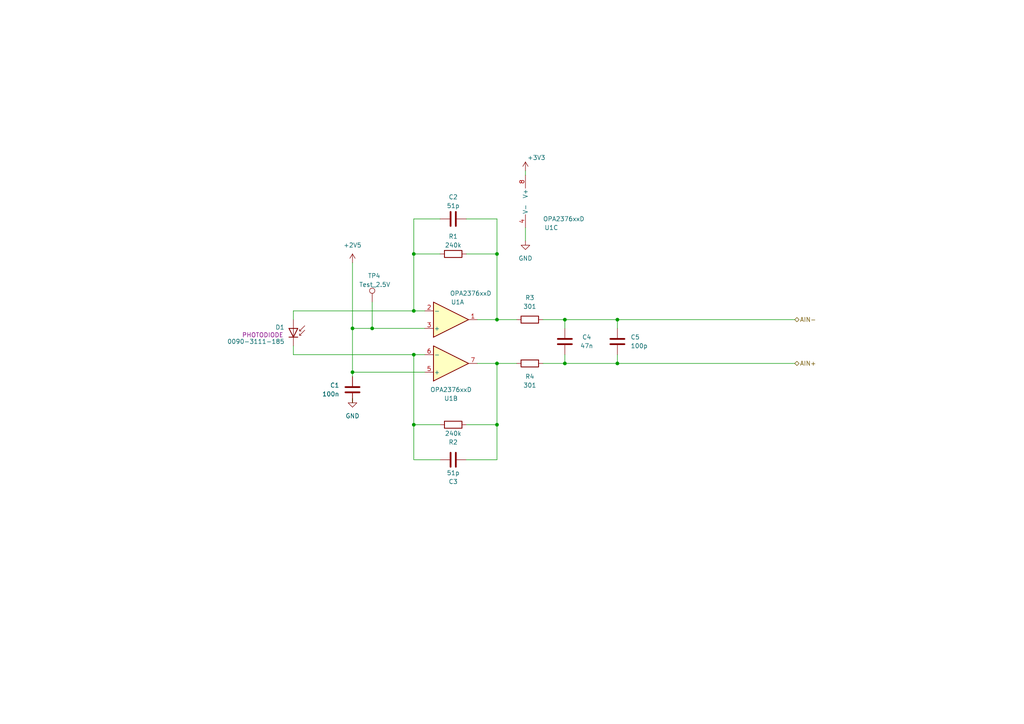
<source format=kicad_sch>
(kicad_sch (version 20211123) (generator eeschema)
  (paper "A4")
  (title_block (title "Development Board") (date "2022-03-15") (rev "2.1") (company "Plastic Scanner"))
  (lib_symbols
    (symbol "Amplifier_Operational:OPA2376xxD" (pin_names (offset 0.127))
      (property "Reference" "U" (at 0 5.08 0))
      (property "Value" "OPA2376xxD" (at 0 -5.08 0))
      (symbol "OPA2376xxD_1_1"
        (polyline (pts (xy -5.08 5.08) (xy 5.08 0) (xy -5.08 -5.08) (xy -5.08 5.08)) (stroke (width 0.254)) (fill (type background)))
        (pin output line (at 7.62 0 180) (length 2.54) (name "~") (number "1"))
        (pin input line (at -7.62 -2.54 0) (length 2.54) (name "-") (number "2"))
        (pin input line (at -7.62 2.54 0) (length 2.54) (name "+") (number "3"))
      )
      (symbol "OPA2376xxD_2_1"
        (polyline (pts (xy -5.08 5.08) (xy 5.08 0) (xy -5.08 -5.08) (xy -5.08 5.08)) (stroke (width 0.254)) (fill (type background)))
        (pin input line (at -7.62 2.54 0) (length 2.54) (name "+") (number "5"))
        (pin input line (at -7.62 -2.54 0) (length 2.54) (name "-") (number "6"))
        (pin output line (at 7.62 0 180) (length 2.54) (name "~") (number "7"))
      )
      (symbol "OPA2376xxD_3_1"
        (pin power_in line (at -2.54 -7.62 90) (length 3.81) (name "V-") (number "4"))
        (pin power_in line (at -2.54 7.62 270) (length 3.81) (name "V+") (number "8"))
      )
    )
    (symbol "Connector:TestPoint" (pin_numbers hide) (pin_names (offset 0.762) hide)
      (property "Reference" "TP" (at 0 6.858 0))
      (property "Value" "TestPoint" (at 0 5.08 0))
      (symbol "TestPoint_0_1"
        (circle (center 0 3.302) (radius 0.762))
      )
      (symbol "TestPoint_1_1"
        (pin passive line (at 0 0 90) (length 2.54) (name "1") (number "1"))
      )
    )
    (symbol "Device:C" (pin_numbers hide) (pin_names (offset 0.254))
      (property "Reference" "C" (at 0.635 2.54 0))
      (property "Value" "C" (at 0.635 -2.54 0))
      (symbol "C_0_1"
        (polyline (pts (xy -2.032 -0.762) (xy 2.032 -0.762)) (stroke (width 0.508)))
        (polyline (pts (xy -2.032 0.762) (xy 2.032 0.762)) (stroke (width 0.508)))
      )
      (symbol "C_1_1"
        (pin passive line (at 0 3.81 270) (length 2.794) (name "~") (number "1"))
        (pin passive line (at 0 -3.81 90) (length 2.794) (name "~") (number "2"))
      )
    )
    (symbol "Device:D_Photo" (pin_numbers hide) (pin_names hide)
      (property "Reference" "D" (at 0.508 1.778 0))
      (property "Value" "D_Photo" (at -1.016 -2.794 0))
      (symbol "D_Photo_0_1"
        (polyline (pts (xy -2.54 1.27) (xy -2.54 -1.27)) (stroke (width 0.254)))
        (polyline (pts (xy -2.032 1.778) (xy -1.524 1.778)))
        (polyline (pts (xy 0 0) (xy -2.54 0)))
        (polyline (pts (xy -0.508 3.302) (xy -2.032 1.778) (xy -2.032 2.286)))
        (polyline (pts (xy 0 -1.27) (xy 0 1.27) (xy -2.54 0) (xy 0 -1.27)) (stroke (width 0.254)))
        (polyline (pts (xy 0.762 3.302) (xy -0.762 1.778) (xy -0.762 2.286) (xy -0.762 1.778) (xy -0.254 1.778)))
      )
      (symbol "D_Photo_1_1"
        (pin passive line (at -5.08 0 0) (length 2.54) (name "K") (number "1"))
        (pin passive line (at 2.54 0 180) (length 2.54) (name "A") (number "2"))
      )
    )
    (symbol "Device:R" (pin_numbers hide) (pin_names (offset 0))
      (property "Reference" "R" (at 2.032 0 90))
      (property "Value" "R" (at 0 0 90))
      (symbol "R_0_1"
        (rectangle (start -1.016 -2.54) (end 1.016 2.54) (stroke (width 0.254)))
      )
      (symbol "R_1_1"
        (pin passive line (at 0 3.81 270) (length 1.27) (name "~") (number "1"))
        (pin passive line (at 0 -3.81 90) (length 1.27) (name "~") (number "2"))
      )
    )
    (symbol "power:+2V5" (power) (pin_names (offset 0))
      (property "Value" "+2V5" (at 0 3.556 0))
      (symbol "+2V5_0_1"
        (polyline (pts (xy -0.762 1.27) (xy 0 2.54)))
        (polyline (pts (xy 0 0) (xy 0 2.54)))
        (polyline (pts (xy 0 2.54) (xy 0.762 1.27)))
      )
      (symbol "+2V5_1_1"
        (pin power_in line (at 0 0 90) (length 0) hide (name "+2V5") (number "1"))
      )
    )
    (symbol "power:+3.3V" (power) (pin_numbers hide) (pin_names (offset 0) hide)
      (property "Value" "+3.3V" (at 0 3.556 0))
      (symbol "+3.3V_0_1"
        (polyline (pts (xy -0.762 1.27) (xy 0 2.54)))
        (polyline (pts (xy 0 0) (xy 0 2.54)))
        (polyline (pts (xy 0 2.54) (xy 0.762 1.27)))
      )
      (symbol "+3.3V_1_1"
        (pin power_in line (at 0 0 90) (length 0) hide (name "+3V3") (number "1"))
      )
    )
    (symbol "power:GND" (power) (pin_names (offset 0))
      (property "Value" "GND" (at 0 -3.81 0))
      (symbol "GND_0_1"
        (polyline (pts (xy 0 0) (xy 0 -1.27) (xy 1.27 -1.27) (xy 0 -2.54) (xy -1.27 -1.27) (xy 0 -1.27)))
      )
      (symbol "GND_1_1"
        (pin power_in line (at 0 0 270) (length 0) hide (name "GND") (number "1"))
      )
    )
  )
  (junction (at 144.145 92.71))
  (junction (at 144.145 73.66))
  (junction (at 102.235 95.25))
  (junction (at 179.07 105.41))
  (junction (at 107.95 95.25))
  (junction (at 120.015 73.66))
  (junction (at 179.07 92.71))
  (junction (at 120.015 102.87))
  (junction (at 144.145 123.19))
  (junction (at 120.015 123.19))
  (junction (at 120.015 90.17))
  (junction (at 163.83 105.41))
  (junction (at 163.83 92.71))
  (junction (at 144.145 105.41))
  (junction (at 102.235 107.95))
  (wire (pts (xy 85.09 92.71) (xy 85.09 90.17)))
  (wire (pts (xy 138.43 105.41) (xy 144.145 105.41)))
  (wire (pts (xy 120.015 102.87) (xy 120.015 123.19)))
  (wire (pts (xy 179.07 105.41) (xy 230.505 105.41)))
  (wire (pts (xy 144.145 123.19) (xy 144.145 105.41)))
  (wire (pts (xy 152.4 49.53) (xy 152.4 50.8)))
  (wire (pts (xy 120.015 102.87) (xy 123.19 102.87)))
  (wire (pts (xy 85.09 102.87) (xy 120.015 102.87)))
  (wire (pts (xy 157.48 105.41) (xy 163.83 105.41)))
  (wire (pts (xy 120.015 90.17) (xy 120.015 73.66)))
  (wire (pts (xy 144.145 92.71) (xy 149.86 92.71)))
  (wire (pts (xy 138.43 92.71) (xy 144.145 92.71)))
  (wire (pts (xy 163.83 92.71) (xy 163.83 95.25)))
  (wire (pts (xy 135.255 123.19) (xy 144.145 123.19)))
  (wire (pts (xy 120.015 123.19) (xy 127.635 123.19)))
  (wire (pts (xy 102.235 95.25) (xy 107.95 95.25)))
  (wire (pts (xy 120.015 73.66) (xy 127.635 73.66)))
  (wire (pts (xy 179.07 92.71) (xy 179.07 95.25)))
  (wire (pts (xy 120.015 90.17) (xy 123.19 90.17)))
  (wire (pts (xy 120.015 63.5) (xy 120.015 73.66)))
  (wire (pts (xy 120.015 133.35) (xy 127.635 133.35)))
  (wire (pts (xy 144.145 63.5) (xy 144.145 73.66)))
  (wire (pts (xy 120.015 123.19) (xy 120.015 133.35)))
  (wire (pts (xy 102.235 116.84) (xy 102.235 115.57)))
  (wire (pts (xy 152.4 66.04) (xy 152.4 69.85)))
  (wire (pts (xy 179.07 92.71) (xy 230.505 92.71)))
  (wire (pts (xy 102.235 76.2) (xy 102.235 95.25)))
  (wire (pts (xy 157.48 92.71) (xy 163.83 92.71)))
  (wire (pts (xy 107.95 95.25) (xy 123.19 95.25)))
  (wire (pts (xy 163.83 92.71) (xy 179.07 92.71)))
  (wire (pts (xy 102.235 107.95) (xy 102.235 109.22)))
  (wire (pts (xy 179.07 102.87) (xy 179.07 105.41)))
  (wire (pts (xy 135.255 133.35) (xy 144.145 133.35)))
  (wire (pts (xy 144.145 123.19) (xy 144.145 133.35)))
  (wire (pts (xy 135.255 73.66) (xy 144.145 73.66)))
  (wire (pts (xy 120.015 63.5) (xy 127.635 63.5)))
  (wire (pts (xy 163.83 102.87) (xy 163.83 105.41)))
  (wire (pts (xy 107.95 87.63) (xy 107.95 95.25)))
  (wire (pts (xy 102.235 95.25) (xy 102.235 107.95)))
  (wire (pts (xy 144.145 105.41) (xy 149.86 105.41)))
  (wire (pts (xy 144.145 73.66) (xy 144.145 92.71)))
  (wire (pts (xy 163.83 105.41) (xy 179.07 105.41)))
  (wire (pts (xy 85.09 90.17) (xy 120.015 90.17)))
  (wire (pts (xy 85.09 100.33) (xy 85.09 102.87)))
  (wire (pts (xy 135.255 63.5) (xy 144.145 63.5)))
  (wire (pts (xy 102.235 107.95) (xy 123.19 107.95)))
  (hierarchical_label "AIN-" (shape bidirectional) (at 230.505 92.71 0))
  (hierarchical_label "AIN+" (shape bidirectional) (at 230.505 105.41 0))
  (symbol (lib_id "power:GND") (at 102.235 115.57 0) (unit 1)
    (property "Reference" "#PWR02" (effects hide))
    (property "Value" "GND" (at 102.235 120.65 0))
  )
  (symbol (lib_id "Device:R") (at 131.445 123.19 270) (mirror x) (unit 1)
    (property "Reference" "R2" (at 131.445 128.27 90))
    (property "Value" "240k" (at 131.445 125.73 90))
    (property "Footprint" "Resistor_SMD:R_0603_1608Metric_Pad0.98x0.95mm_HandSolder" (effects hide))
  )
  (symbol (lib_id "Device:R") (at 153.67 92.71 90) (unit 1)
    (property "Reference" "R3" (at 153.67 86.36 90))
    (property "Value" "301" (at 153.67 88.9 90))
    (property "Footprint" "Resistor_SMD:R_0603_1608Metric_Pad0.98x0.95mm_HandSolder" (effects hide))
  )
  (symbol (lib_id "Device:R") (at 131.445 73.66 90) (unit 1)
    (property "Reference" "R1" (at 131.445 68.58 90))
    (property "Value" "240k" (at 131.445 71.12 90))
    (property "Footprint" "Resistor_SMD:R_0603_1608Metric_Pad0.98x0.95mm_HandSolder" (effects hide))
  )
  (symbol (lib_id "Device:C") (at 179.07 99.06 0) (unit 1)
    (property "Reference" "C5" (at 182.88 97.7899 0) (effects (justify left)))
    (property "Value" "100p" (at 182.88 100.3299 0) (effects (justify left)))
    (property "Footprint" "Capacitor_SMD:C_0603_1608Metric_Pad1.08x0.95mm_HandSolder" (effects hide))
  )
  (symbol (lib_id "Connector:TestPoint") (at 107.95 87.63 0) (unit 1)
    (property "Reference" "TP4" (at 106.68 80.01 0) (effects (justify left)))
    (property "Value" "Test_2.5V" (at 104.14 82.55 0) (effects (justify left)))
    (property "Footprint" "TestPoint:TestPoint_Pad_D1.5mm" (effects hide))
  )
  (symbol (lib_id "power:+2V5") (at 102.235 76.2 0) (unit 1)
    (property "Reference" "#PWR01" (effects hide))
    (property "Value" "+2V5" (at 102.235 71.12 0))
  )
  (symbol (lib_id "Amplifier_Operational:OPA2376xxD") (at 154.94 58.42 0) (unit 3)
    (property "Reference" "U1" (at 161.925 66.04 0) (effects (justify right)))
    (property "Value" "OPA2376xxD" (at 169.545 63.5 0) (effects (justify right)))
    (property "Datasheet" "http://www.ti.com/lit/ds/symlink/opa376.pdf" (effects hide))
  )
  (symbol (lib_id "Device:C") (at 131.445 133.35 90) (unit 1)
    (property "Reference" "C3" (at 131.445 139.7 90))
    (property "Value" "51p" (at 131.445 137.16 90))
    (property "Footprint" "Capacitor_SMD:C_0603_1608Metric_Pad1.08x0.95mm_HandSolder" (effects hide))
  )
  (symbol (lib_id "power:GND") (at 152.4 69.85 0) (unit 1)
    (property "Reference" "#PWR04" (effects hide))
    (property "Value" "GND" (at 152.4 74.93 0))
  )
  (symbol (lib_id "Amplifier_Operational:OPA2376xxD") (at 130.81 92.71 0) (mirror x) (unit 1)
    (property "Reference" "U1" (at 132.715 87.63 0))
    (property "Value" "OPA2376xxD" (at 136.525 85.09 0))
    (property "Datasheet" "http://www.ti.com/lit/ds/symlink/opa376.pdf" (effects hide))
  )
  (symbol (lib_id "Device:C") (at 131.445 63.5 90) (unit 1)
    (property "Reference" "C2" (at 131.445 57.15 90))
    (property "Value" "51p" (at 131.445 59.69 90))
    (property "Footprint" "Capacitor_SMD:C_0603_1608Metric_Pad1.08x0.95mm_HandSolder" (effects hide))
  )
  (symbol (lib_id "Device:C") (at 163.83 99.06 180) (unit 1)
    (property "Reference" "C4" (at 170.18 97.79 0))
    (property "Value" "47n" (at 170.18 100.33 0))
    (property "Footprint" "Capacitor_SMD:C_0603_1608Metric_Pad1.08x0.95mm_HandSolder" (effects hide))
  )
  (symbol (lib_id "Device:R") (at 153.67 105.41 90) (unit 1)
    (property "Reference" "R4" (at 153.67 109.22 90))
    (property "Value" "301" (at 153.67 111.76 90))
    (property "Footprint" "Resistor_SMD:R_0603_1608Metric_Pad0.98x0.95mm_HandSolder" (effects hide))
  )
  (symbol (lib_id "power:+3.3V") (at 152.4 49.53 0) (unit 1)
    (property "Reference" "#PWR0131" (effects hide))
  )
  (symbol (lib_id "Amplifier_Operational:OPA2376xxD") (at 130.81 105.41 0) (mirror x) (unit 2)
    (property "Reference" "U1" (at 130.81 115.57 0))
    (property "Value" "OPA2376xxD" (at 130.81 113.03 0))
    (property "Datasheet" "http://www.ti.com/lit/ds/symlink/opa376.pdf" (effects hide))
  )
  (symbol (lib_id "Device:D_Photo") (at 85.09 95.25 270) (mirror x) (unit 1)
    (property "Reference" "D1" (at 82.55 94.9324 90) (effects (justify right)))
    (property "Value" "0090-3111-185" (at 82.55 99.06 90) (effects (justify right)))
    (property "Footprint" "Diode_SMD:D_1206_3216Metric_Pad1.42x1.75mm_HandSolder" (effects hide))
    (property "Humanlabel" "PHOTODIODE" (at 76.2 97.155 90))
  )
  (symbol (lib_id "Device:C") (at 102.235 113.03 0) (mirror x) (unit 1)
    (property "Reference" "C1" (at 98.425 111.7599 0) (effects (justify right)))
    (property "Value" "100n" (at 98.425 114.2999 0) (effects (justify right)))
  )
)
</source>
